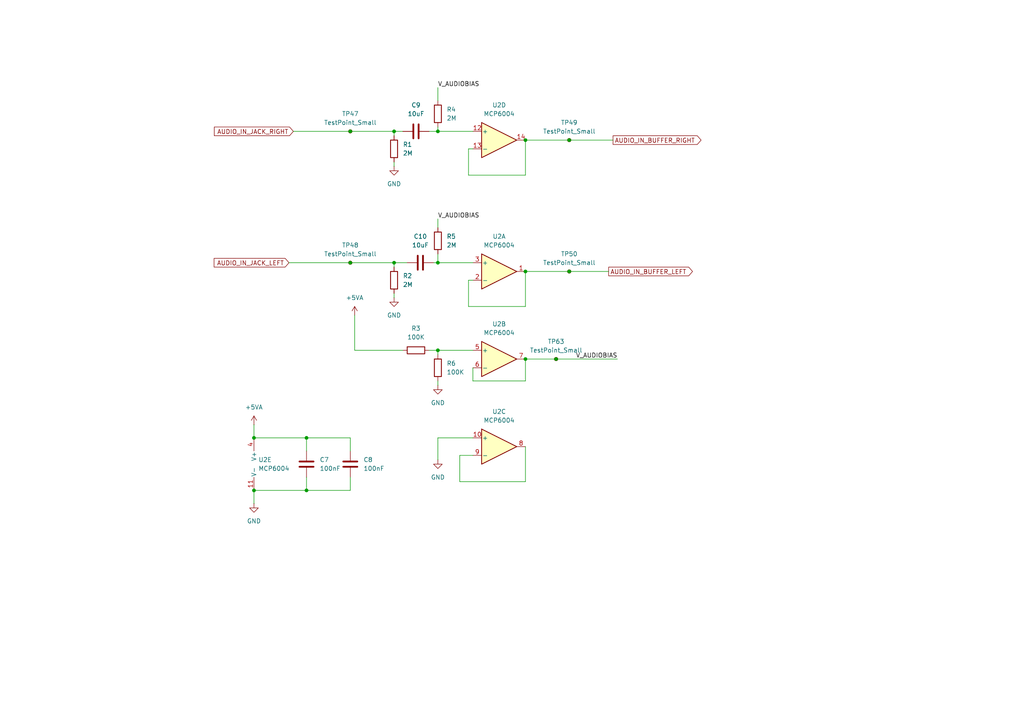
<source format=kicad_sch>
(kicad_sch (version 20250114) (generator "eeschema") (generator_version "9.0")
  (paper "A4")
  (lib_symbols
    (symbol "Amplifier_Operational:MCP6004" (pin_names (offset 0.127))
      (property "Reference" "U" (at 0 5.08 0))
      (property "Value" "MCP6004" (at 0 -5.08 0))
      (symbol "MCP6004_1_1"
        (polyline (pts (xy -5.08 5.08) (xy 5.08 0) (xy -5.08 -5.08) (xy -5.08 5.08)) (stroke (width 0.254)) (fill (type background)))
        (pin input line (at -7.62 2.54 0) (length 2.54) (name "+") (number "3"))
        (pin input line (at -7.62 -2.54 0) (length 2.54) (name "-") (number "2"))
        (pin output line (at 7.62 0 180) (length 2.54) (name "~") (number "1"))
      )
      (symbol "MCP6004_2_1"
        (polyline (pts (xy -5.08 5.08) (xy 5.08 0) (xy -5.08 -5.08) (xy -5.08 5.08)) (stroke (width 0.254)) (fill (type background)))
        (pin input line (at -7.62 2.54 0) (length 2.54) (name "+") (number "5"))
        (pin input line (at -7.62 -2.54 0) (length 2.54) (name "-") (number "6"))
        (pin output line (at 7.62 0 180) (length 2.54) (name "~") (number "7"))
      )
      (symbol "MCP6004_3_1"
        (polyline (pts (xy -5.08 5.08) (xy 5.08 0) (xy -5.08 -5.08) (xy -5.08 5.08)) (stroke (width 0.254)) (fill (type background)))
        (pin input line (at -7.62 2.54 0) (length 2.54) (name "+") (number "10"))
        (pin input line (at -7.62 -2.54 0) (length 2.54) (name "-") (number "9"))
        (pin output line (at 7.62 0 180) (length 2.54) (name "~") (number "8"))
      )
      (symbol "MCP6004_4_1"
        (polyline (pts (xy -5.08 5.08) (xy 5.08 0) (xy -5.08 -5.08) (xy -5.08 5.08)) (stroke (width 0.254)) (fill (type background)))
        (pin input line (at -7.62 2.54 0) (length 2.54) (name "+") (number "12"))
        (pin input line (at -7.62 -2.54 0) (length 2.54) (name "-") (number "13"))
        (pin output line (at 7.62 0 180) (length 2.54) (name "~") (number "14"))
      )
      (symbol "MCP6004_5_1"
        (pin power_in line (at -2.54 7.62 270) (length 3.81) (name "V+") (number "4"))
        (pin power_in line (at -2.54 -7.62 90) (length 3.81) (name "V-") (number "11"))
      )
    )
    (symbol "Connector:TestPoint_Small" (pin_numbers (hide yes)) (pin_names (offset 0.762) (hide yes))
      (property "Reference" "TP" (at 0 3.81 0))
      (property "Value" "TestPoint_Small" (at 0 2.032 0))
      (symbol "TestPoint_Small_0_1"
        (circle (center 0 0) (radius 0.508))
      )
      (symbol "TestPoint_Small_1_1"
        (pin passive line (at 0 0 90) (length 0) (name "1") (number "1"))
      )
    )
    (symbol "Device:C" (pin_numbers (hide yes)) (pin_names (offset 0.254))
      (property "Reference" "C" (at 0.635 2.54 0))
      (property "Value" "C" (at 0.635 -2.54 0))
      (symbol "C_0_1"
        (polyline (pts (xy -2.032 0.762) (xy 2.032 0.762)) (stroke (width 0.508)))
        (polyline (pts (xy -2.032 -0.762) (xy 2.032 -0.762)) (stroke (width 0.508)))
      )
      (symbol "C_1_1"
        (pin passive line (at 0 3.81 270) (length 2.794) (name "~") (number "1"))
        (pin passive line (at 0 -3.81 90) (length 2.794) (name "~") (number "2"))
      )
    )
    (symbol "Device:R" (pin_numbers (hide yes)) (pin_names (offset 0))
      (property "Reference" "R" (at 2.032 0 90))
      (property "Value" "R" (at 0 0 90))
      (symbol "R_0_1"
        (rectangle (start -1.016 -2.54) (end 1.016 2.54) (stroke (width 0.254)))
      )
      (symbol "R_1_1"
        (pin passive line (at 0 3.81 270) (length 1.27) (name "~") (number "1"))
        (pin passive line (at 0 -3.81 90) (length 1.27) (name "~") (number "2"))
      )
    )
    (symbol "GND_1" (power) (pin_numbers (hide yes)) (pin_names (offset 0) (hide yes))
      (property "Value" "GND" (at 0 -3.81 0))
      (symbol "GND_1_0_1"
        (polyline (pts (xy 0 0) (xy 0 -1.27) (xy 1.27 -1.27) (xy 0 -2.54) (xy -1.27 -1.27) (xy 0 -1.27)))
      )
      (symbol "GND_1_1_1"
        (pin power_in line (at 0 0 270) (length 0) (name "~") (number "1"))
      )
    )
    (symbol "power:+5VA" (power) (pin_numbers (hide yes)) (pin_names (offset 0) (hide yes))
      (property "Value" "+5VA" (at 0 3.556 0))
      (symbol "+5VA_0_1"
        (polyline (pts (xy -0.762 1.27) (xy 0 2.54)))
        (polyline (pts (xy 0 2.54) (xy 0.762 1.27)))
        (polyline (pts (xy 0 0) (xy 0 2.54)))
      )
      (symbol "+5VA_1_1"
        (pin power_in line (at 0 0 90) (length 0) (name "~") (number "1"))
      )
    )
  )
  (junction (at 161.29 104.14))
  (junction (at 73.66 127))
  (junction (at 88.9 142.24))
  (junction (at 127 76.2))
  (junction (at 152.4 78.74))
  (junction (at 127 38.1))
  (junction (at 165.1 78.74))
  (junction (at 88.9 127))
  (junction (at 165.1 40.64))
  (junction (at 101.6 38.1))
  (junction (at 101.6 76.2))
  (junction (at 152.4 40.64))
  (junction (at 127 101.6))
  (junction (at 114.3 38.1))
  (junction (at 152.4 104.14))
  (junction (at 114.3 76.2))
  (junction (at 73.66 142.24))
  (wire (pts (xy 152.4 88.9) (xy 135.89 88.9)))
  (wire (pts (xy 127 110.49) (xy 127 111.76)))
  (wire (pts (xy 88.9 142.24) (xy 101.6 142.24)))
  (wire (pts (xy 135.89 88.9) (xy 135.89 81.28)))
  (wire (pts (xy 88.9 127) (xy 101.6 127)))
  (wire (pts (xy 114.3 76.2) (xy 118.11 76.2)))
  (wire (pts (xy 133.35 139.7) (xy 133.35 132.08)))
  (wire (pts (xy 152.4 110.49) (xy 137.16 110.49)))
  (wire (pts (xy 127 127) (xy 137.16 127)))
  (wire (pts (xy 125.73 76.2) (xy 127 76.2)))
  (wire (pts (xy 101.6 138.43) (xy 101.6 142.24)))
  (wire (pts (xy 161.29 104.14) (xy 179.07 104.14)))
  (wire (pts (xy 101.6 127) (xy 101.6 130.81)))
  (wire (pts (xy 152.4 104.14) (xy 161.29 104.14)))
  (wire (pts (xy 73.66 123.19) (xy 73.66 127)))
  (wire (pts (xy 88.9 138.43) (xy 88.9 142.24)))
  (wire (pts (xy 127 36.83) (xy 127 38.1)))
  (wire (pts (xy 135.89 43.18) (xy 137.16 43.18)))
  (wire (pts (xy 127 38.1) (xy 137.16 38.1)))
  (wire (pts (xy 127 101.6) (xy 127 102.87)))
  (wire (pts (xy 102.87 101.6) (xy 116.84 101.6)))
  (wire (pts (xy 152.4 50.8) (xy 135.89 50.8)))
  (wire (pts (xy 152.4 40.64) (xy 152.4 50.8)))
  (wire (pts (xy 85.09 38.1) (xy 101.6 38.1)))
  (wire (pts (xy 127 63.5) (xy 127 66.04)))
  (wire (pts (xy 114.3 46.99) (xy 114.3 48.26)))
  (wire (pts (xy 73.66 127) (xy 88.9 127)))
  (wire (pts (xy 88.9 127) (xy 88.9 130.81)))
  (wire (pts (xy 127 127) (xy 127 133.35)))
  (wire (pts (xy 73.66 142.24) (xy 88.9 142.24)))
  (wire (pts (xy 101.6 38.1) (xy 114.3 38.1)))
  (wire (pts (xy 152.4 104.14) (xy 152.4 110.49)))
  (wire (pts (xy 127 101.6) (xy 137.16 101.6)))
  (wire (pts (xy 114.3 76.2) (xy 114.3 77.47)))
  (wire (pts (xy 124.46 101.6) (xy 127 101.6)))
  (wire (pts (xy 102.87 91.44) (xy 102.87 101.6)))
  (wire (pts (xy 152.4 139.7) (xy 133.35 139.7)))
  (wire (pts (xy 101.6 76.2) (xy 114.3 76.2)))
  (wire (pts (xy 127 25.4) (xy 127 29.21)))
  (wire (pts (xy 124.46 38.1) (xy 127 38.1)))
  (wire (pts (xy 127 76.2) (xy 137.16 76.2)))
  (wire (pts (xy 165.1 40.64) (xy 177.8 40.64)))
  (wire (pts (xy 114.3 85.09) (xy 114.3 86.36)))
  (wire (pts (xy 152.4 78.74) (xy 165.1 78.74)))
  (wire (pts (xy 152.4 40.64) (xy 165.1 40.64)))
  (wire (pts (xy 135.89 50.8) (xy 135.89 43.18)))
  (wire (pts (xy 114.3 38.1) (xy 114.3 39.37)))
  (wire (pts (xy 83.82 76.2) (xy 101.6 76.2)))
  (wire (pts (xy 73.66 142.24) (xy 73.66 146.05)))
  (wire (pts (xy 133.35 132.08) (xy 137.16 132.08)))
  (wire (pts (xy 137.16 110.49) (xy 137.16 106.68)))
  (wire (pts (xy 152.4 129.54) (xy 152.4 139.7)))
  (wire (pts (xy 165.1 78.74) (xy 176.53 78.74)))
  (wire (pts (xy 135.89 81.28) (xy 137.16 81.28)))
  (wire (pts (xy 127 73.66) (xy 127 76.2)))
  (wire (pts (xy 152.4 78.74) (xy 152.4 88.9)))
  (wire (pts (xy 114.3 38.1) (xy 116.84 38.1)))
  (label "V_AUDIOBIAS" (at 179.07 104.14 180))
  (label "V_AUDIOBIAS" (at 127 25.4 0))
  (label "V_AUDIOBIAS" (at 127 63.5 0))
  (global_label "AUDIO_IN_BUFFER_RIGHT" (shape output) (at 177.8 40.64 0) (property "Intersheetrefs" "${INTERSHEET_REFS}" (effects (hide yes))))
  (global_label "AUDIO_IN_BUFFER_LEFT" (shape output) (at 176.53 78.74 0) (property "Intersheetrefs" "${INTERSHEET_REFS}" (effects (hide yes))))
  (global_label "AUDIO_IN_JACK_LEFT" (shape input) (at 83.82 76.2 180) (property "Intersheetrefs" "${INTERSHEET_REFS}" (effects (hide yes))))
  (global_label "AUDIO_IN_JACK_RIGHT" (shape input) (at 85.09 38.1 180) (property "Intersheetrefs" "${INTERSHEET_REFS}" (effects (hide yes))))
  (symbol (lib_id "Device:C") (at 121.92 76.2 90) (unit 1)
    (property "Reference" "C10" (at 121.92 68.58 90))
    (property "Value" "10uF" (at 121.92 71.12 90))
    (property "Footprint" "Capacitor_SMD:C_0603_1608Metric" (effects (hide yes)))
  )
  (symbol (lib_id "Device:R") (at 114.3 81.28 0) (unit 1)
    (property "Reference" "R2" (at 116.84 80.0099 0) (effects (justify left)))
    (property "Value" "2M" (at 116.84 82.5499 0) (effects (justify left)))
    (property "Footprint" "Resistor_SMD:R_0603_1608Metric" (effects (hide yes)))
  )
  (symbol (lib_id "power:+5VA") (at 73.66 123.19 0) (unit 1)
    (property "Reference" "#PWR041" (effects (hide yes)))
    (property "Value" "+5VA" (at 73.66 118.11 0))
    (property "Description" "Power symbol creates a global label with name \"+5VA\"" (effects (hide yes)))
  )
  (symbol (lib_id "Device:R") (at 127 106.68 0) (unit 1)
    (property "Reference" "R6" (at 129.54 105.4099 0) (effects (justify left)))
    (property "Value" "100K" (at 129.54 107.9499 0) (effects (justify left)))
    (property "Footprint" "Resistor_SMD:R_0603_1608Metric" (effects (hide yes)))
  )
  (symbol (lib_name "GND_1") (lib_id "power:GND") (at 73.66 146.05 0) (unit 1)
    (property "Reference" "#PWR07" (effects (hide yes)))
    (property "Value" "GND" (at 73.66 151.13 0))
    (property "Description" "Power symbol creates a global label with name \"GND\" , ground" (effects (hide yes)))
  )
  (symbol (lib_name "GND_1") (lib_id "power:GND") (at 114.3 48.26 0) (unit 1)
    (property "Reference" "#PWR012" (effects (hide yes)))
    (property "Value" "GND" (at 114.3 53.34 0))
    (property "Description" "Power symbol creates a global label with name \"GND\" , ground" (effects (hide yes)))
  )
  (symbol (lib_id "Connector:TestPoint_Small") (at 101.6 76.2 90) (unit 1)
    (property "Reference" "TP48" (at 101.6 71.12 90))
    (property "Value" "TestPoint_Small" (at 101.6 73.66 90))
    (property "Footprint" "TestPoint:TestPoint_Pad_D1.0mm" (effects (hide yes)))
    (property "Description" "test point" (effects (hide yes)))
  )
  (symbol (lib_id "power:+5VA") (at 102.87 91.44 0) (unit 1)
    (property "Reference" "#PWR025" (effects (hide yes)))
    (property "Value" "+5VA" (at 102.87 86.36 0))
    (property "Description" "Power symbol creates a global label with name \"+5VA\"" (effects (hide yes)))
  )
  (symbol (lib_id "Connector:TestPoint_Small") (at 165.1 40.64 90) (unit 1)
    (property "Reference" "TP49" (at 165.1 35.56 90))
    (property "Value" "TestPoint_Small" (at 165.1 38.1 90))
    (property "Footprint" "TestPoint:TestPoint_Pad_D1.0mm" (effects (hide yes)))
    (property "Description" "test point" (effects (hide yes)))
  )
  (symbol (lib_id "Amplifier_Operational:MCP6004") (at 144.78 40.64 0) (unit 4)
    (property "Reference" "U2" (at 144.78 30.48 0))
    (property "Value" "MCP6004" (at 144.78 33.02 0))
    (property "Footprint" "Package_SO:SOIC-14_3.9x8.7mm_P1.27mm" (effects (hide yes)))
    (property "Datasheet" "http://ww1.microchip.com/downloads/en/DeviceDoc/21733j.pdf" (effects (hide yes)))
    (property "Description" "1MHz, Low-Power Op Amp, DIP-14/SOIC-14/TSSOP-14" (effects (hide yes)))
  )
  (symbol (lib_id "Connector:TestPoint_Small") (at 161.29 104.14 90) (unit 1)
    (property "Reference" "TP63" (at 161.29 99.06 90))
    (property "Value" "TestPoint_Small" (at 161.29 101.6 90))
    (property "Footprint" "TestPoint:TestPoint_Pad_D1.0mm" (effects (hide yes)))
    (property "Description" "test point" (effects (hide yes)))
  )
  (symbol (lib_name "GND_1") (lib_id "power:GND") (at 127 133.35 0) (unit 1)
    (property "Reference" "#PWR09" (effects (hide yes)))
    (property "Value" "GND" (at 127 138.43 0))
    (property "Description" "Power symbol creates a global label with name \"GND\" , ground" (effects (hide yes)))
  )
  (symbol (lib_id "Device:R") (at 120.65 101.6 90) (unit 1)
    (property "Reference" "R3" (at 120.65 95.25 90))
    (property "Value" "100K" (at 120.65 97.79 90))
    (property "Footprint" "Resistor_SMD:R_0603_1608Metric" (effects (hide yes)))
  )
  (symbol (lib_id "Device:C") (at 101.6 134.62 0) (unit 1)
    (property "Reference" "C8" (at 105.41 133.3499 0) (effects (justify left)))
    (property "Value" "100nF" (at 105.41 135.8899 0) (effects (justify left)))
    (property "Footprint" "Capacitor_SMD:C_0603_1608Metric" (effects (hide yes)))
  )
  (symbol (lib_id "Device:R") (at 114.3 43.18 0) (unit 1)
    (property "Reference" "R1" (at 116.84 41.9099 0) (effects (justify left)))
    (property "Value" "2M" (at 116.84 44.4499 0) (effects (justify left)))
    (property "Footprint" "Resistor_SMD:R_0603_1608Metric" (effects (hide yes)))
  )
  (symbol (lib_id "Amplifier_Operational:MCP6004") (at 144.78 129.54 0) (unit 3)
    (property "Reference" "U2" (at 144.78 119.38 0))
    (property "Value" "MCP6004" (at 144.78 121.92 0))
    (property "Footprint" "Package_SO:SOIC-14_3.9x8.7mm_P1.27mm" (effects (hide yes)))
    (property "Datasheet" "http://ww1.microchip.com/downloads/en/DeviceDoc/21733j.pdf" (effects (hide yes)))
    (property "Description" "1MHz, Low-Power Op Amp, DIP-14/SOIC-14/TSSOP-14" (effects (hide yes)))
  )
  (symbol (lib_id "Connector:TestPoint_Small") (at 101.6 38.1 90) (unit 1)
    (property "Reference" "TP47" (at 101.6 33.02 90))
    (property "Value" "TestPoint_Small" (at 101.6 35.56 90))
    (property "Footprint" "TestPoint:TestPoint_Pad_D1.0mm" (effects (hide yes)))
    (property "Description" "test point" (effects (hide yes)))
  )
  (symbol (lib_id "Connector:TestPoint_Small") (at 165.1 78.74 90) (unit 1)
    (property "Reference" "TP50" (at 165.1 73.66 90))
    (property "Value" "TestPoint_Small" (at 165.1 76.2 90))
    (property "Footprint" "TestPoint:TestPoint_Pad_D1.0mm" (effects (hide yes)))
    (property "Description" "test point" (effects (hide yes)))
  )
  (symbol (lib_id "Amplifier_Operational:MCP6004") (at 144.78 104.14 0) (unit 2)
    (property "Reference" "U2" (at 144.78 93.98 0))
    (property "Value" "MCP6004" (at 144.78 96.52 0))
    (property "Footprint" "Package_SO:SOIC-14_3.9x8.7mm_P1.27mm" (effects (hide yes)))
    (property "Datasheet" "http://ww1.microchip.com/downloads/en/DeviceDoc/21733j.pdf" (effects (hide yes)))
    (property "Description" "1MHz, Low-Power Op Amp, DIP-14/SOIC-14/TSSOP-14" (effects (hide yes)))
  )
  (symbol (lib_id "Device:R") (at 127 33.02 0) (unit 1)
    (property "Reference" "R4" (at 129.54 31.7499 0) (effects (justify left)))
    (property "Value" "2M" (at 129.54 34.2899 0) (effects (justify left)))
    (property "Footprint" "Resistor_SMD:R_0603_1608Metric" (effects (hide yes)))
  )
  (symbol (lib_id "Device:R") (at 127 69.85 0) (unit 1)
    (property "Reference" "R5" (at 129.54 68.5799 0) (effects (justify left)))
    (property "Value" "2M" (at 129.54 71.1199 0) (effects (justify left)))
    (property "Footprint" "Resistor_SMD:R_0603_1608Metric" (effects (hide yes)))
  )
  (symbol (lib_name "GND_1") (lib_id "power:GND") (at 127 111.76 0) (unit 1)
    (property "Reference" "#PWR010" (effects (hide yes)))
    (property "Value" "GND" (at 127 116.84 0))
    (property "Description" "Power symbol creates a global label with name \"GND\" , ground" (effects (hide yes)))
  )
  (symbol (lib_id "Device:C") (at 120.65 38.1 90) (unit 1)
    (property "Reference" "C9" (at 120.65 30.48 90))
    (property "Value" "10uF" (at 120.65 33.02 90))
    (property "Footprint" "Capacitor_SMD:C_0603_1608Metric" (effects (hide yes)))
  )
  (symbol (lib_id "Amplifier_Operational:MCP6004") (at 76.2 134.62 0) (unit 5)
    (property "Reference" "U2" (at 74.93 133.3499 0) (effects (justify left)))
    (property "Value" "MCP6004" (at 74.93 135.8899 0) (effects (justify left)))
    (property "Footprint" "Package_SO:SOIC-14_3.9x8.7mm_P1.27mm" (effects (hide yes)))
    (property "Datasheet" "http://ww1.microchip.com/downloads/en/DeviceDoc/21733j.pdf" (effects (hide yes)))
    (property "Description" "1MHz, Low-Power Op Amp, DIP-14/SOIC-14/TSSOP-14" (effects (hide yes)))
  )
  (symbol (lib_name "GND_1") (lib_id "power:GND") (at 114.3 86.36 0) (unit 1)
    (property "Reference" "#PWR011" (effects (hide yes)))
    (property "Value" "GND" (at 114.3 91.44 0))
    (property "Description" "Power symbol creates a global label with name \"GND\" , ground" (effects (hide yes)))
  )
  (symbol (lib_id "Amplifier_Operational:MCP6004") (at 144.78 78.74 0) (unit 1)
    (property "Reference" "U2" (at 144.78 68.58 0))
    (property "Value" "MCP6004" (at 144.78 71.12 0))
    (property "Footprint" "Package_SO:SOIC-14_3.9x8.7mm_P1.27mm" (effects (hide yes)))
    (property "Datasheet" "http://ww1.microchip.com/downloads/en/DeviceDoc/21733j.pdf" (effects (hide yes)))
    (property "Description" "1MHz, Low-Power Op Amp, DIP-14/SOIC-14/TSSOP-14" (effects (hide yes)))
  )
  (symbol (lib_id "Device:C") (at 88.9 134.62 0) (unit 1)
    (property "Reference" "C7" (at 92.71 133.3499 0) (effects (justify left)))
    (property "Value" "100nF" (at 92.71 135.8899 0) (effects (justify left)))
    (property "Footprint" "Capacitor_SMD:C_0603_1608Metric" (effects (hide yes)))
  )
)
</source>
